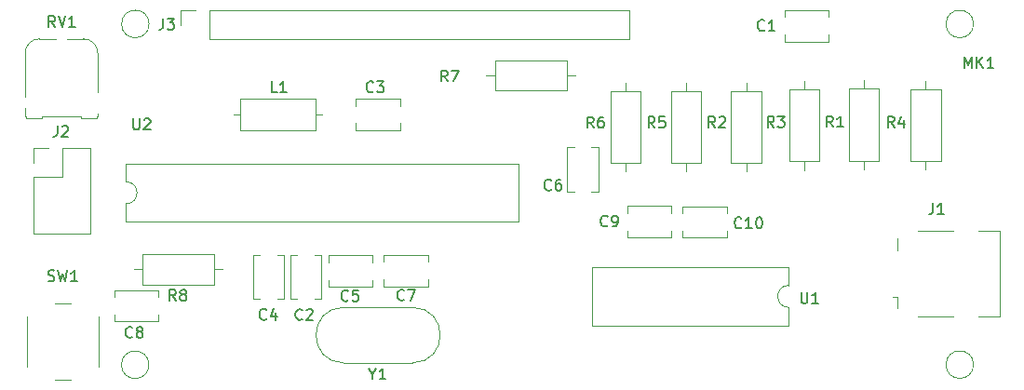
<source format=gbr>
G04 #@! TF.GenerationSoftware,KiCad,Pcbnew,(5.0.2)-1*
G04 #@! TF.CreationDate,2019-05-19T15:52:53+03:00*
G04 #@! TF.ProjectId,Skanas_frekvences_noteiksana,536b616e-6173-45f6-9672-656b76656e63,rev?*
G04 #@! TF.SameCoordinates,Original*
G04 #@! TF.FileFunction,Legend,Top*
G04 #@! TF.FilePolarity,Positive*
%FSLAX46Y46*%
G04 Gerber Fmt 4.6, Leading zero omitted, Abs format (unit mm)*
G04 Created by KiCad (PCBNEW (5.0.2)-1) date 5/19/2019 15:52:53*
%MOMM*%
%LPD*%
G01*
G04 APERTURE LIST*
%ADD10C,0.120000*%
%ADD11C,0.150000*%
G04 APERTURE END LIST*
D10*
G04 #@! TO.C,R3*
X201551540Y-81603980D02*
X201551540Y-80833980D01*
X201551540Y-73523980D02*
X201551540Y-74293980D01*
X202921540Y-80833980D02*
X202921540Y-74293980D01*
X200181540Y-80833980D02*
X202921540Y-80833980D01*
X200181540Y-74293980D02*
X200181540Y-80833980D01*
X202921540Y-74293980D02*
X200181540Y-74293980D01*
G04 #@! TO.C,R5*
X189462740Y-80986380D02*
X192202740Y-80986380D01*
X192202740Y-80986380D02*
X192202740Y-74446380D01*
X192202740Y-74446380D02*
X189462740Y-74446380D01*
X189462740Y-74446380D02*
X189462740Y-80986380D01*
X190832740Y-81756380D02*
X190832740Y-80986380D01*
X190832740Y-73676380D02*
X190832740Y-74446380D01*
G04 #@! TO.C,RV1*
X130687700Y-76697540D02*
X130687700Y-76007540D01*
X130787700Y-76697540D02*
X130687700Y-76697540D01*
X137307700Y-76697540D02*
X137307700Y-76447540D01*
X137207700Y-76697540D02*
X137307700Y-76697540D01*
X137207700Y-76897540D02*
X137207700Y-76697540D01*
X135787700Y-76697540D02*
X135787700Y-76897540D01*
X130687700Y-70987540D02*
G75*
G02X131997700Y-69677540I1310000J0D01*
G01*
X135997700Y-69677540D02*
G75*
G02X137307700Y-70987540I0J-1310000D01*
G01*
X131997700Y-69677540D02*
X133487700Y-69677540D01*
X130687700Y-74967540D02*
X130687700Y-70987540D01*
X137307700Y-70987540D02*
X137307700Y-74527540D01*
X134507700Y-69677540D02*
X135997700Y-69677540D01*
X130787700Y-76897540D02*
X130787700Y-76697540D01*
X132207700Y-76897540D02*
X130787700Y-76897540D01*
X132207700Y-76697540D02*
X132207700Y-76897540D01*
X135787700Y-76697540D02*
X132207700Y-76697540D01*
X137207700Y-76897540D02*
X135787700Y-76897540D01*
G04 #@! TO.C,SW1*
X130867520Y-94967300D02*
X130867520Y-99467300D01*
X134867520Y-93717300D02*
X133367520Y-93717300D01*
X137367520Y-99467300D02*
X137367520Y-94967300D01*
X133367520Y-100717300D02*
X134867520Y-100717300D01*
G04 #@! TO.C,J2*
X131443420Y-79622340D02*
X132773420Y-79622340D01*
X131443420Y-80952340D02*
X131443420Y-79622340D01*
X134043420Y-79622340D02*
X136643420Y-79622340D01*
X134043420Y-82222340D02*
X134043420Y-79622340D01*
X131443420Y-82222340D02*
X134043420Y-82222340D01*
X136643420Y-79622340D02*
X136643420Y-87362340D01*
X131443420Y-82222340D02*
X131443420Y-87362340D01*
X131443420Y-87362340D02*
X136643420Y-87362340D01*
G04 #@! TO.C,R6*
X185290460Y-81736060D02*
X185290460Y-80966060D01*
X185290460Y-73656060D02*
X185290460Y-74426060D01*
X186660460Y-80966060D02*
X186660460Y-74426060D01*
X183920460Y-80966060D02*
X186660460Y-80966060D01*
X183920460Y-74426060D02*
X183920460Y-80966060D01*
X186660460Y-74426060D02*
X183920460Y-74426060D01*
G04 #@! TO.C,C6*
X179981720Y-83553680D02*
X179981720Y-79513680D01*
X182821720Y-83553680D02*
X182821720Y-79513680D01*
X179981720Y-83553680D02*
X180606720Y-83553680D01*
X182196720Y-83553680D02*
X182821720Y-83553680D01*
X179981720Y-79513680D02*
X180606720Y-79513680D01*
X182196720Y-79513680D02*
X182821720Y-79513680D01*
G04 #@! TO.C,U2*
X139868600Y-81030300D02*
X139868600Y-82680300D01*
X175548600Y-81030300D02*
X139868600Y-81030300D01*
X175548600Y-86330300D02*
X175548600Y-81030300D01*
X139868600Y-86330300D02*
X175548600Y-86330300D01*
X139868600Y-84680300D02*
X139868600Y-86330300D01*
X139868600Y-82680300D02*
G75*
G02X139868600Y-84680300I0J-1000000D01*
G01*
G04 #@! TO.C,R2*
X196281040Y-81756380D02*
X196281040Y-80986380D01*
X196281040Y-73676380D02*
X196281040Y-74446380D01*
X197651040Y-80986380D02*
X197651040Y-74446380D01*
X194911040Y-80986380D02*
X197651040Y-80986380D01*
X194911040Y-74446380D02*
X194911040Y-80986380D01*
X197651040Y-74446380D02*
X194911040Y-74446380D01*
G04 #@! TO.C,C1*
X203782680Y-69293720D02*
X203782680Y-69918720D01*
X203782680Y-67078720D02*
X203782680Y-67703720D01*
X199742680Y-69293720D02*
X199742680Y-69918720D01*
X199742680Y-67078720D02*
X199742680Y-67703720D01*
X199742680Y-69918720D02*
X203782680Y-69918720D01*
X199742680Y-67078720D02*
X203782680Y-67078720D01*
G04 #@! TO.C,C8*
X138782040Y-93169760D02*
X138782040Y-92544760D01*
X138782040Y-95384760D02*
X138782040Y-94759760D01*
X142822040Y-93169760D02*
X142822040Y-92544760D01*
X142822040Y-95384760D02*
X142822040Y-94759760D01*
X142822040Y-92544760D02*
X138782040Y-92544760D01*
X142822040Y-95384760D02*
X138782040Y-95384760D01*
G04 #@! TO.C,R8*
X147912840Y-92017520D02*
X147912840Y-89277520D01*
X147912840Y-89277520D02*
X141372840Y-89277520D01*
X141372840Y-89277520D02*
X141372840Y-92017520D01*
X141372840Y-92017520D02*
X147912840Y-92017520D01*
X148682840Y-90647520D02*
X147912840Y-90647520D01*
X140602840Y-90647520D02*
X141372840Y-90647520D01*
G04 #@! TO.C,R7*
X173412400Y-71660080D02*
X173412400Y-74400080D01*
X173412400Y-74400080D02*
X179952400Y-74400080D01*
X179952400Y-74400080D02*
X179952400Y-71660080D01*
X179952400Y-71660080D02*
X173412400Y-71660080D01*
X172642400Y-73030080D02*
X173412400Y-73030080D01*
X180722400Y-73030080D02*
X179952400Y-73030080D01*
G04 #@! TO.C,L1*
X150250000Y-75090680D02*
X150250000Y-78030680D01*
X150250000Y-78030680D02*
X157090000Y-78030680D01*
X157090000Y-78030680D02*
X157090000Y-75090680D01*
X157090000Y-75090680D02*
X150250000Y-75090680D01*
X149630000Y-76560680D02*
X150250000Y-76560680D01*
X157710000Y-76560680D02*
X157090000Y-76560680D01*
G04 #@! TO.C,C3*
X160753680Y-75770760D02*
X160753680Y-75145760D01*
X160753680Y-77985760D02*
X160753680Y-77360760D01*
X164793680Y-75770760D02*
X164793680Y-75145760D01*
X164793680Y-77985760D02*
X164793680Y-77360760D01*
X164793680Y-75145760D02*
X160753680Y-75145760D01*
X164793680Y-77985760D02*
X160753680Y-77985760D01*
G04 #@! TO.C,J1*
X219318260Y-94928360D02*
X217368260Y-94928360D01*
X215148260Y-94928360D02*
X211918260Y-94928360D01*
X209998260Y-94208360D02*
X209998260Y-93128360D01*
X209998260Y-88908360D02*
X209998260Y-87828360D01*
X215148260Y-87108360D02*
X211918260Y-87108360D01*
X219318260Y-87108360D02*
X217368260Y-87108360D01*
X209998260Y-93128360D02*
X209568260Y-93128360D01*
X219318260Y-87108360D02*
X219318260Y-94928360D01*
G04 #@! TO.C,Y1*
X159670120Y-94101680D02*
X165920120Y-94101680D01*
X159670120Y-99151680D02*
X165920120Y-99151680D01*
X159670120Y-99151680D02*
G75*
G02X159670120Y-94101680I0J2525000D01*
G01*
X165920120Y-99151680D02*
G75*
G03X165920120Y-94101680I0J2525000D01*
G01*
G04 #@! TO.C,C5*
X162293680Y-91594920D02*
X162293680Y-92219920D01*
X162293680Y-89379920D02*
X162293680Y-90004920D01*
X158253680Y-91594920D02*
X158253680Y-92219920D01*
X158253680Y-89379920D02*
X158253680Y-90004920D01*
X158253680Y-92219920D02*
X162293680Y-92219920D01*
X158253680Y-89379920D02*
X162293680Y-89379920D01*
G04 #@! TO.C,C7*
X167323520Y-92194520D02*
X163283520Y-92194520D01*
X167323520Y-89354520D02*
X163283520Y-89354520D01*
X167323520Y-92194520D02*
X167323520Y-91569520D01*
X167323520Y-89979520D02*
X167323520Y-89354520D01*
X163283520Y-92194520D02*
X163283520Y-91569520D01*
X163283520Y-89979520D02*
X163283520Y-89354520D01*
G04 #@! TO.C,J3*
X144867320Y-68402200D02*
X144867320Y-67072200D01*
X144867320Y-67072200D02*
X146197320Y-67072200D01*
X147467320Y-67072200D02*
X185627320Y-67072200D01*
X185627320Y-69732200D02*
X185627320Y-67072200D01*
X147467320Y-69732200D02*
X185627320Y-69732200D01*
X147467320Y-69732200D02*
X147467320Y-67072200D01*
G04 #@! TO.C,C4*
X154267040Y-89323800D02*
X154267040Y-93363800D01*
X151427040Y-89323800D02*
X151427040Y-93363800D01*
X154267040Y-89323800D02*
X153642040Y-89323800D01*
X152052040Y-89323800D02*
X151427040Y-89323800D01*
X154267040Y-93363800D02*
X153642040Y-93363800D01*
X152052040Y-93363800D02*
X151427040Y-93363800D01*
G04 #@! TO.C,C2*
X155420080Y-93363800D02*
X154795080Y-93363800D01*
X157635080Y-93363800D02*
X157010080Y-93363800D01*
X155420080Y-89323800D02*
X154795080Y-89323800D01*
X157635080Y-89323800D02*
X157010080Y-89323800D01*
X154795080Y-89323800D02*
X154795080Y-93363800D01*
X157635080Y-89323800D02*
X157635080Y-93363800D01*
G04 #@! TO.C,R4*
X211230540Y-80795880D02*
X213970540Y-80795880D01*
X213970540Y-80795880D02*
X213970540Y-74255880D01*
X213970540Y-74255880D02*
X211230540Y-74255880D01*
X211230540Y-74255880D02*
X211230540Y-80795880D01*
X212600540Y-81565880D02*
X212600540Y-80795880D01*
X212600540Y-73485880D02*
X212600540Y-74255880D01*
G04 #@! TO.C,R1*
X205629840Y-80757780D02*
X208369840Y-80757780D01*
X208369840Y-80757780D02*
X208369840Y-74217780D01*
X208369840Y-74217780D02*
X205629840Y-74217780D01*
X205629840Y-74217780D02*
X205629840Y-80757780D01*
X206999840Y-81527780D02*
X206999840Y-80757780D01*
X206999840Y-73447780D02*
X206999840Y-74217780D01*
G04 #@! TO.C,*
X216947800Y-99314000D02*
G75*
G03X216947800Y-99314000I-1251000J0D01*
G01*
X216947800Y-68326000D02*
G75*
G03X216947800Y-68326000I-1251000J0D01*
G01*
X141967000Y-68326000D02*
G75*
G03X141967000Y-68326000I-1251000J0D01*
G01*
X141954300Y-99326700D02*
G75*
G03X141954300Y-99326700I-1251000J0D01*
G01*
G04 #@! TO.C,C9*
X189479300Y-87729200D02*
X185439300Y-87729200D01*
X189479300Y-84889200D02*
X185439300Y-84889200D01*
X189479300Y-87729200D02*
X189479300Y-87104200D01*
X189479300Y-85514200D02*
X189479300Y-84889200D01*
X185439300Y-87729200D02*
X185439300Y-87104200D01*
X185439300Y-85514200D02*
X185439300Y-84889200D01*
G04 #@! TO.C,C10*
X194493900Y-87116900D02*
X194493900Y-87741900D01*
X194493900Y-84901900D02*
X194493900Y-85526900D01*
X190453900Y-87116900D02*
X190453900Y-87741900D01*
X190453900Y-84901900D02*
X190453900Y-85526900D01*
X190453900Y-87741900D02*
X194493900Y-87741900D01*
X190453900Y-84901900D02*
X194493900Y-84901900D01*
G04 #@! TO.C,U1*
X200148500Y-94103700D02*
G75*
G02X200148500Y-92103700I0J1000000D01*
G01*
X200148500Y-92103700D02*
X200148500Y-90453700D01*
X200148500Y-90453700D02*
X182248500Y-90453700D01*
X182248500Y-90453700D02*
X182248500Y-95753700D01*
X182248500Y-95753700D02*
X200148500Y-95753700D01*
X200148500Y-95753700D02*
X200148500Y-94103700D01*
G04 #@! TO.C,R3*
D11*
X198791533Y-77721720D02*
X198458200Y-77245530D01*
X198220104Y-77721720D02*
X198220104Y-76721720D01*
X198601057Y-76721720D01*
X198696295Y-76769340D01*
X198743914Y-76816959D01*
X198791533Y-76912197D01*
X198791533Y-77055054D01*
X198743914Y-77150292D01*
X198696295Y-77197911D01*
X198601057Y-77245530D01*
X198220104Y-77245530D01*
X199124866Y-76721720D02*
X199743914Y-76721720D01*
X199410580Y-77102673D01*
X199553438Y-77102673D01*
X199648676Y-77150292D01*
X199696295Y-77197911D01*
X199743914Y-77293149D01*
X199743914Y-77531244D01*
X199696295Y-77626482D01*
X199648676Y-77674101D01*
X199553438Y-77721720D01*
X199267723Y-77721720D01*
X199172485Y-77674101D01*
X199124866Y-77626482D01*
G04 #@! TO.C,R5*
X187950813Y-77759820D02*
X187617480Y-77283630D01*
X187379384Y-77759820D02*
X187379384Y-76759820D01*
X187760337Y-76759820D01*
X187855575Y-76807440D01*
X187903194Y-76855059D01*
X187950813Y-76950297D01*
X187950813Y-77093154D01*
X187903194Y-77188392D01*
X187855575Y-77236011D01*
X187760337Y-77283630D01*
X187379384Y-77283630D01*
X188855575Y-76759820D02*
X188379384Y-76759820D01*
X188331765Y-77236011D01*
X188379384Y-77188392D01*
X188474622Y-77140773D01*
X188712718Y-77140773D01*
X188807956Y-77188392D01*
X188855575Y-77236011D01*
X188903194Y-77331249D01*
X188903194Y-77569344D01*
X188855575Y-77664582D01*
X188807956Y-77712201D01*
X188712718Y-77759820D01*
X188474622Y-77759820D01*
X188379384Y-77712201D01*
X188331765Y-77664582D01*
G04 #@! TO.C,MK1*
X216114476Y-72329300D02*
X216114476Y-71329300D01*
X216447809Y-72043586D01*
X216781142Y-71329300D01*
X216781142Y-72329300D01*
X217257333Y-72329300D02*
X217257333Y-71329300D01*
X217828761Y-72329300D02*
X217400190Y-71757872D01*
X217828761Y-71329300D02*
X217257333Y-71900729D01*
X218781142Y-72329300D02*
X218209714Y-72329300D01*
X218495428Y-72329300D02*
X218495428Y-71329300D01*
X218400190Y-71472158D01*
X218304952Y-71567396D01*
X218209714Y-71615015D01*
G04 #@! TO.C,RV1*
X133420241Y-68585340D02*
X133086908Y-68109150D01*
X132848813Y-68585340D02*
X132848813Y-67585340D01*
X133229765Y-67585340D01*
X133325003Y-67632960D01*
X133372622Y-67680579D01*
X133420241Y-67775817D01*
X133420241Y-67918674D01*
X133372622Y-68013912D01*
X133325003Y-68061531D01*
X133229765Y-68109150D01*
X132848813Y-68109150D01*
X133705956Y-67585340D02*
X134039289Y-68585340D01*
X134372622Y-67585340D01*
X135229765Y-68585340D02*
X134658337Y-68585340D01*
X134944051Y-68585340D02*
X134944051Y-67585340D01*
X134848813Y-67728198D01*
X134753575Y-67823436D01*
X134658337Y-67871055D01*
G04 #@! TO.C,SW1*
X132773586Y-91674581D02*
X132916443Y-91722200D01*
X133154539Y-91722200D01*
X133249777Y-91674581D01*
X133297396Y-91626962D01*
X133345015Y-91531724D01*
X133345015Y-91436486D01*
X133297396Y-91341248D01*
X133249777Y-91293629D01*
X133154539Y-91246010D01*
X132964062Y-91198391D01*
X132868824Y-91150772D01*
X132821205Y-91103153D01*
X132773586Y-91007915D01*
X132773586Y-90912677D01*
X132821205Y-90817439D01*
X132868824Y-90769820D01*
X132964062Y-90722200D01*
X133202158Y-90722200D01*
X133345015Y-90769820D01*
X133678348Y-90722200D02*
X133916443Y-91722200D01*
X134106920Y-91007915D01*
X134297396Y-91722200D01*
X134535491Y-90722200D01*
X135440253Y-91722200D02*
X134868824Y-91722200D01*
X135154539Y-91722200D02*
X135154539Y-90722200D01*
X135059300Y-90865058D01*
X134964062Y-90960296D01*
X134868824Y-91007915D01*
G04 #@! TO.C,J2*
X133618646Y-77580240D02*
X133618646Y-78294526D01*
X133571027Y-78437383D01*
X133475789Y-78532621D01*
X133332932Y-78580240D01*
X133237694Y-78580240D01*
X134047218Y-77675479D02*
X134094837Y-77627860D01*
X134190075Y-77580240D01*
X134428170Y-77580240D01*
X134523408Y-77627860D01*
X134571027Y-77675479D01*
X134618646Y-77770717D01*
X134618646Y-77865955D01*
X134571027Y-78008812D01*
X133999599Y-78580240D01*
X134618646Y-78580240D01*
G04 #@! TO.C,R6*
X182400913Y-77772520D02*
X182067580Y-77296330D01*
X181829484Y-77772520D02*
X181829484Y-76772520D01*
X182210437Y-76772520D01*
X182305675Y-76820140D01*
X182353294Y-76867759D01*
X182400913Y-76962997D01*
X182400913Y-77105854D01*
X182353294Y-77201092D01*
X182305675Y-77248711D01*
X182210437Y-77296330D01*
X181829484Y-77296330D01*
X183258056Y-76772520D02*
X183067580Y-76772520D01*
X182972341Y-76820140D01*
X182924722Y-76867759D01*
X182829484Y-77010616D01*
X182781865Y-77201092D01*
X182781865Y-77582044D01*
X182829484Y-77677282D01*
X182877103Y-77724901D01*
X182972341Y-77772520D01*
X183162818Y-77772520D01*
X183258056Y-77724901D01*
X183305675Y-77677282D01*
X183353294Y-77582044D01*
X183353294Y-77343949D01*
X183305675Y-77248711D01*
X183258056Y-77201092D01*
X183162818Y-77153473D01*
X182972341Y-77153473D01*
X182877103Y-77201092D01*
X182829484Y-77248711D01*
X182781865Y-77343949D01*
G04 #@! TO.C,C6*
X178537573Y-83366882D02*
X178489954Y-83414501D01*
X178347097Y-83462120D01*
X178251859Y-83462120D01*
X178109001Y-83414501D01*
X178013763Y-83319263D01*
X177966144Y-83224025D01*
X177918525Y-83033549D01*
X177918525Y-82890692D01*
X177966144Y-82700216D01*
X178013763Y-82604978D01*
X178109001Y-82509740D01*
X178251859Y-82462120D01*
X178347097Y-82462120D01*
X178489954Y-82509740D01*
X178537573Y-82557359D01*
X179394716Y-82462120D02*
X179204240Y-82462120D01*
X179109001Y-82509740D01*
X179061382Y-82557359D01*
X178966144Y-82700216D01*
X178918525Y-82890692D01*
X178918525Y-83271644D01*
X178966144Y-83366882D01*
X179013763Y-83414501D01*
X179109001Y-83462120D01*
X179299478Y-83462120D01*
X179394716Y-83414501D01*
X179442335Y-83366882D01*
X179489954Y-83271644D01*
X179489954Y-83033549D01*
X179442335Y-82938311D01*
X179394716Y-82890692D01*
X179299478Y-82843073D01*
X179109001Y-82843073D01*
X179013763Y-82890692D01*
X178966144Y-82938311D01*
X178918525Y-83033549D01*
G04 #@! TO.C,U2*
X140520515Y-76935080D02*
X140520515Y-77744604D01*
X140568134Y-77839842D01*
X140615753Y-77887461D01*
X140710991Y-77935080D01*
X140901467Y-77935080D01*
X140996705Y-77887461D01*
X141044324Y-77839842D01*
X141091943Y-77744604D01*
X141091943Y-76935080D01*
X141520515Y-77030319D02*
X141568134Y-76982700D01*
X141663372Y-76935080D01*
X141901467Y-76935080D01*
X141996705Y-76982700D01*
X142044324Y-77030319D01*
X142091943Y-77125557D01*
X142091943Y-77220795D01*
X142044324Y-77363652D01*
X141472896Y-77935080D01*
X142091943Y-77935080D01*
G04 #@! TO.C,R2*
X193447373Y-77731880D02*
X193114040Y-77255690D01*
X192875944Y-77731880D02*
X192875944Y-76731880D01*
X193256897Y-76731880D01*
X193352135Y-76779500D01*
X193399754Y-76827119D01*
X193447373Y-76922357D01*
X193447373Y-77065214D01*
X193399754Y-77160452D01*
X193352135Y-77208071D01*
X193256897Y-77255690D01*
X192875944Y-77255690D01*
X193828325Y-76827119D02*
X193875944Y-76779500D01*
X193971182Y-76731880D01*
X194209278Y-76731880D01*
X194304516Y-76779500D01*
X194352135Y-76827119D01*
X194399754Y-76922357D01*
X194399754Y-77017595D01*
X194352135Y-77160452D01*
X193780706Y-77731880D01*
X194399754Y-77731880D01*
G04 #@! TO.C,C1*
X197935013Y-68854862D02*
X197887394Y-68902481D01*
X197744537Y-68950100D01*
X197649299Y-68950100D01*
X197506441Y-68902481D01*
X197411203Y-68807243D01*
X197363584Y-68712005D01*
X197315965Y-68521529D01*
X197315965Y-68378672D01*
X197363584Y-68188196D01*
X197411203Y-68092958D01*
X197506441Y-67997720D01*
X197649299Y-67950100D01*
X197744537Y-67950100D01*
X197887394Y-67997720D01*
X197935013Y-68045339D01*
X198887394Y-68950100D02*
X198315965Y-68950100D01*
X198601680Y-68950100D02*
X198601680Y-67950100D01*
X198506441Y-68092958D01*
X198411203Y-68188196D01*
X198315965Y-68235815D01*
G04 #@! TO.C,C8*
X140447733Y-96767922D02*
X140400114Y-96815541D01*
X140257257Y-96863160D01*
X140162019Y-96863160D01*
X140019161Y-96815541D01*
X139923923Y-96720303D01*
X139876304Y-96625065D01*
X139828685Y-96434589D01*
X139828685Y-96291732D01*
X139876304Y-96101256D01*
X139923923Y-96006018D01*
X140019161Y-95910780D01*
X140162019Y-95863160D01*
X140257257Y-95863160D01*
X140400114Y-95910780D01*
X140447733Y-95958399D01*
X141019161Y-96291732D02*
X140923923Y-96244113D01*
X140876304Y-96196494D01*
X140828685Y-96101256D01*
X140828685Y-96053637D01*
X140876304Y-95958399D01*
X140923923Y-95910780D01*
X141019161Y-95863160D01*
X141209638Y-95863160D01*
X141304876Y-95910780D01*
X141352495Y-95958399D01*
X141400114Y-96053637D01*
X141400114Y-96101256D01*
X141352495Y-96196494D01*
X141304876Y-96244113D01*
X141209638Y-96291732D01*
X141019161Y-96291732D01*
X140923923Y-96339351D01*
X140876304Y-96386970D01*
X140828685Y-96482208D01*
X140828685Y-96672684D01*
X140876304Y-96767922D01*
X140923923Y-96815541D01*
X141019161Y-96863160D01*
X141209638Y-96863160D01*
X141304876Y-96815541D01*
X141352495Y-96767922D01*
X141400114Y-96672684D01*
X141400114Y-96482208D01*
X141352495Y-96386970D01*
X141304876Y-96339351D01*
X141209638Y-96291732D01*
G04 #@! TO.C,R8*
X144405053Y-93500200D02*
X144071720Y-93024010D01*
X143833624Y-93500200D02*
X143833624Y-92500200D01*
X144214577Y-92500200D01*
X144309815Y-92547820D01*
X144357434Y-92595439D01*
X144405053Y-92690677D01*
X144405053Y-92833534D01*
X144357434Y-92928772D01*
X144309815Y-92976391D01*
X144214577Y-93024010D01*
X143833624Y-93024010D01*
X144976481Y-92928772D02*
X144881243Y-92881153D01*
X144833624Y-92833534D01*
X144786005Y-92738296D01*
X144786005Y-92690677D01*
X144833624Y-92595439D01*
X144881243Y-92547820D01*
X144976481Y-92500200D01*
X145166958Y-92500200D01*
X145262196Y-92547820D01*
X145309815Y-92595439D01*
X145357434Y-92690677D01*
X145357434Y-92738296D01*
X145309815Y-92833534D01*
X145262196Y-92881153D01*
X145166958Y-92928772D01*
X144976481Y-92928772D01*
X144881243Y-92976391D01*
X144833624Y-93024010D01*
X144786005Y-93119248D01*
X144786005Y-93309724D01*
X144833624Y-93404962D01*
X144881243Y-93452581D01*
X144976481Y-93500200D01*
X145166958Y-93500200D01*
X145262196Y-93452581D01*
X145309815Y-93404962D01*
X145357434Y-93309724D01*
X145357434Y-93119248D01*
X145309815Y-93024010D01*
X145262196Y-92976391D01*
X145166958Y-92928772D01*
G04 #@! TO.C,R7*
X169109093Y-73551040D02*
X168775760Y-73074850D01*
X168537664Y-73551040D02*
X168537664Y-72551040D01*
X168918617Y-72551040D01*
X169013855Y-72598660D01*
X169061474Y-72646279D01*
X169109093Y-72741517D01*
X169109093Y-72884374D01*
X169061474Y-72979612D01*
X169013855Y-73027231D01*
X168918617Y-73074850D01*
X168537664Y-73074850D01*
X169442426Y-72551040D02*
X170109093Y-72551040D01*
X169680521Y-73551040D01*
G04 #@! TO.C,L1*
X153597313Y-74551800D02*
X153121122Y-74551800D01*
X153121122Y-73551800D01*
X154454456Y-74551800D02*
X153883027Y-74551800D01*
X154168741Y-74551800D02*
X154168741Y-73551800D01*
X154073503Y-73694658D01*
X153978265Y-73789896D01*
X153883027Y-73837515D01*
G04 #@! TO.C,C3*
X162362853Y-74456562D02*
X162315234Y-74504181D01*
X162172377Y-74551800D01*
X162077139Y-74551800D01*
X161934281Y-74504181D01*
X161839043Y-74408943D01*
X161791424Y-74313705D01*
X161743805Y-74123229D01*
X161743805Y-73980372D01*
X161791424Y-73789896D01*
X161839043Y-73694658D01*
X161934281Y-73599420D01*
X162077139Y-73551800D01*
X162172377Y-73551800D01*
X162315234Y-73599420D01*
X162362853Y-73647039D01*
X162696186Y-73551800D02*
X163315234Y-73551800D01*
X162981900Y-73932753D01*
X163124758Y-73932753D01*
X163219996Y-73980372D01*
X163267615Y-74027991D01*
X163315234Y-74123229D01*
X163315234Y-74361324D01*
X163267615Y-74456562D01*
X163219996Y-74504181D01*
X163124758Y-74551800D01*
X162839043Y-74551800D01*
X162743805Y-74504181D01*
X162696186Y-74456562D01*
G04 #@! TO.C,J1*
X213257806Y-84633820D02*
X213257806Y-85348106D01*
X213210187Y-85490963D01*
X213114949Y-85586201D01*
X212972092Y-85633820D01*
X212876854Y-85633820D01*
X214257806Y-85633820D02*
X213686378Y-85633820D01*
X213972092Y-85633820D02*
X213972092Y-84633820D01*
X213876854Y-84776678D01*
X213781616Y-84871916D01*
X213686378Y-84919535D01*
G04 #@! TO.C,Y1*
X162302249Y-100161410D02*
X162302249Y-100637600D01*
X161968916Y-99637600D02*
X162302249Y-100161410D01*
X162635582Y-99637600D01*
X163492725Y-100637600D02*
X162921297Y-100637600D01*
X163207011Y-100637600D02*
X163207011Y-99637600D01*
X163111773Y-99780458D01*
X163016535Y-99875696D01*
X162921297Y-99923315D01*
G04 #@! TO.C,C5*
X160076213Y-93443062D02*
X160028594Y-93490681D01*
X159885737Y-93538300D01*
X159790499Y-93538300D01*
X159647641Y-93490681D01*
X159552403Y-93395443D01*
X159504784Y-93300205D01*
X159457165Y-93109729D01*
X159457165Y-92966872D01*
X159504784Y-92776396D01*
X159552403Y-92681158D01*
X159647641Y-92585920D01*
X159790499Y-92538300D01*
X159885737Y-92538300D01*
X160028594Y-92585920D01*
X160076213Y-92633539D01*
X160980975Y-92538300D02*
X160504784Y-92538300D01*
X160457165Y-93014491D01*
X160504784Y-92966872D01*
X160600022Y-92919253D01*
X160838118Y-92919253D01*
X160933356Y-92966872D01*
X160980975Y-93014491D01*
X161028594Y-93109729D01*
X161028594Y-93347824D01*
X160980975Y-93443062D01*
X160933356Y-93490681D01*
X160838118Y-93538300D01*
X160600022Y-93538300D01*
X160504784Y-93490681D01*
X160457165Y-93443062D01*
G04 #@! TO.C,C7*
X165167653Y-93382102D02*
X165120034Y-93429721D01*
X164977177Y-93477340D01*
X164881939Y-93477340D01*
X164739081Y-93429721D01*
X164643843Y-93334483D01*
X164596224Y-93239245D01*
X164548605Y-93048769D01*
X164548605Y-92905912D01*
X164596224Y-92715436D01*
X164643843Y-92620198D01*
X164739081Y-92524960D01*
X164881939Y-92477340D01*
X164977177Y-92477340D01*
X165120034Y-92524960D01*
X165167653Y-92572579D01*
X165500986Y-92477340D02*
X166167653Y-92477340D01*
X165739081Y-93477340D01*
G04 #@! TO.C,J3*
X143237626Y-67836800D02*
X143237626Y-68551086D01*
X143190007Y-68693943D01*
X143094769Y-68789181D01*
X142951912Y-68836800D01*
X142856674Y-68836800D01*
X143618579Y-67836800D02*
X144237626Y-67836800D01*
X143904293Y-68217753D01*
X144047150Y-68217753D01*
X144142388Y-68265372D01*
X144190007Y-68312991D01*
X144237626Y-68408229D01*
X144237626Y-68646324D01*
X144190007Y-68741562D01*
X144142388Y-68789181D01*
X144047150Y-68836800D01*
X143761436Y-68836800D01*
X143666198Y-68789181D01*
X143618579Y-68741562D01*
G04 #@! TO.C,C4*
X152639733Y-95144862D02*
X152592114Y-95192481D01*
X152449257Y-95240100D01*
X152354019Y-95240100D01*
X152211161Y-95192481D01*
X152115923Y-95097243D01*
X152068304Y-95002005D01*
X152020685Y-94811529D01*
X152020685Y-94668672D01*
X152068304Y-94478196D01*
X152115923Y-94382958D01*
X152211161Y-94287720D01*
X152354019Y-94240100D01*
X152449257Y-94240100D01*
X152592114Y-94287720D01*
X152639733Y-94335339D01*
X153496876Y-94573434D02*
X153496876Y-95240100D01*
X153258780Y-94192481D02*
X153020685Y-94906767D01*
X153639733Y-94906767D01*
G04 #@! TO.C,C2*
X155903633Y-95162642D02*
X155856014Y-95210261D01*
X155713157Y-95257880D01*
X155617919Y-95257880D01*
X155475061Y-95210261D01*
X155379823Y-95115023D01*
X155332204Y-95019785D01*
X155284585Y-94829309D01*
X155284585Y-94686452D01*
X155332204Y-94495976D01*
X155379823Y-94400738D01*
X155475061Y-94305500D01*
X155617919Y-94257880D01*
X155713157Y-94257880D01*
X155856014Y-94305500D01*
X155903633Y-94353119D01*
X156284585Y-94353119D02*
X156332204Y-94305500D01*
X156427442Y-94257880D01*
X156665538Y-94257880D01*
X156760776Y-94305500D01*
X156808395Y-94353119D01*
X156856014Y-94448357D01*
X156856014Y-94543595D01*
X156808395Y-94686452D01*
X156236966Y-95257880D01*
X156856014Y-95257880D01*
G04 #@! TO.C,R4*
X209736393Y-77744580D02*
X209403060Y-77268390D01*
X209164964Y-77744580D02*
X209164964Y-76744580D01*
X209545917Y-76744580D01*
X209641155Y-76792200D01*
X209688774Y-76839819D01*
X209736393Y-76935057D01*
X209736393Y-77077914D01*
X209688774Y-77173152D01*
X209641155Y-77220771D01*
X209545917Y-77268390D01*
X209164964Y-77268390D01*
X210593536Y-77077914D02*
X210593536Y-77744580D01*
X210355440Y-76696961D02*
X210117345Y-77411247D01*
X210736393Y-77411247D01*
G04 #@! TO.C,R1*
X204168713Y-77691240D02*
X203835380Y-77215050D01*
X203597284Y-77691240D02*
X203597284Y-76691240D01*
X203978237Y-76691240D01*
X204073475Y-76738860D01*
X204121094Y-76786479D01*
X204168713Y-76881717D01*
X204168713Y-77024574D01*
X204121094Y-77119812D01*
X204073475Y-77167431D01*
X203978237Y-77215050D01*
X203597284Y-77215050D01*
X205121094Y-77691240D02*
X204549665Y-77691240D01*
X204835380Y-77691240D02*
X204835380Y-76691240D01*
X204740141Y-76834098D01*
X204644903Y-76929336D01*
X204549665Y-76976955D01*
G04 #@! TO.C,*
G04 #@! TO.C,C9*
X183665833Y-86666342D02*
X183618214Y-86713961D01*
X183475357Y-86761580D01*
X183380119Y-86761580D01*
X183237261Y-86713961D01*
X183142023Y-86618723D01*
X183094404Y-86523485D01*
X183046785Y-86333009D01*
X183046785Y-86190152D01*
X183094404Y-85999676D01*
X183142023Y-85904438D01*
X183237261Y-85809200D01*
X183380119Y-85761580D01*
X183475357Y-85761580D01*
X183618214Y-85809200D01*
X183665833Y-85856819D01*
X184142023Y-86761580D02*
X184332500Y-86761580D01*
X184427738Y-86713961D01*
X184475357Y-86666342D01*
X184570595Y-86523485D01*
X184618214Y-86333009D01*
X184618214Y-85952057D01*
X184570595Y-85856819D01*
X184522976Y-85809200D01*
X184427738Y-85761580D01*
X184237261Y-85761580D01*
X184142023Y-85809200D01*
X184094404Y-85856819D01*
X184046785Y-85952057D01*
X184046785Y-86190152D01*
X184094404Y-86285390D01*
X184142023Y-86333009D01*
X184237261Y-86380628D01*
X184427738Y-86380628D01*
X184522976Y-86333009D01*
X184570595Y-86285390D01*
X184618214Y-86190152D01*
G04 #@! TO.C,C10*
X195838842Y-86818742D02*
X195791223Y-86866361D01*
X195648366Y-86913980D01*
X195553128Y-86913980D01*
X195410271Y-86866361D01*
X195315033Y-86771123D01*
X195267414Y-86675885D01*
X195219795Y-86485409D01*
X195219795Y-86342552D01*
X195267414Y-86152076D01*
X195315033Y-86056838D01*
X195410271Y-85961600D01*
X195553128Y-85913980D01*
X195648366Y-85913980D01*
X195791223Y-85961600D01*
X195838842Y-86009219D01*
X196791223Y-86913980D02*
X196219795Y-86913980D01*
X196505509Y-86913980D02*
X196505509Y-85913980D01*
X196410271Y-86056838D01*
X196315033Y-86152076D01*
X196219795Y-86199695D01*
X197410271Y-85913980D02*
X197505509Y-85913980D01*
X197600747Y-85961600D01*
X197648366Y-86009219D01*
X197695985Y-86104457D01*
X197743604Y-86294933D01*
X197743604Y-86533028D01*
X197695985Y-86723504D01*
X197648366Y-86818742D01*
X197600747Y-86866361D01*
X197505509Y-86913980D01*
X197410271Y-86913980D01*
X197315033Y-86866361D01*
X197267414Y-86818742D01*
X197219795Y-86723504D01*
X197172176Y-86533028D01*
X197172176Y-86294933D01*
X197219795Y-86104457D01*
X197267414Y-86009219D01*
X197315033Y-85961600D01*
X197410271Y-85913980D01*
G04 #@! TO.C,U1*
X201269695Y-92733880D02*
X201269695Y-93543404D01*
X201317314Y-93638642D01*
X201364933Y-93686261D01*
X201460171Y-93733880D01*
X201650647Y-93733880D01*
X201745885Y-93686261D01*
X201793504Y-93638642D01*
X201841123Y-93543404D01*
X201841123Y-92733880D01*
X202841123Y-93733880D02*
X202269695Y-93733880D01*
X202555409Y-93733880D02*
X202555409Y-92733880D01*
X202460171Y-92876738D01*
X202364933Y-92971976D01*
X202269695Y-93019595D01*
G04 #@! TD*
M02*

</source>
